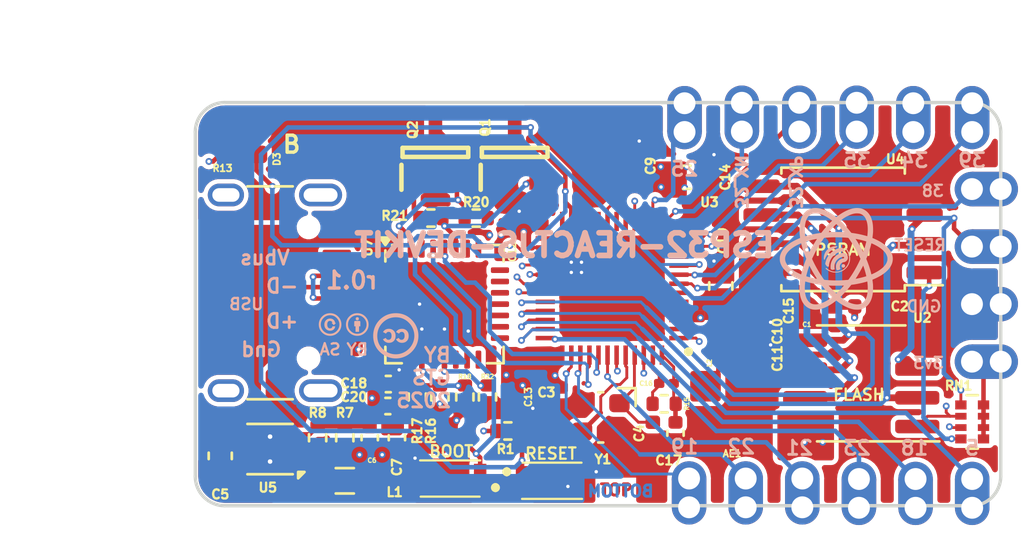
<source format=kicad_pcb>
(kicad_pcb (version 20240108) (generator "pcbnew") (generator_version "8.0")
  (title_block (title "Obsidian Boa") (date "2020-07-07") (rev "r0.1") (company "GsD") (comment 1 "Inspired by 1BitSquared iceBitsy design") (comment 3 "© 2020 Greg Davill <greg.davill@gmail.com>") (comment 4 "License: CC BY-SA 4.0"))
  (layers (0 "F.Cu" signal) (1 "In1.Cu" signal) (2 "In2.Cu" signal) (31 "B.Cu" signal) (34 "B.Paste" user) (35 "F.Paste" user) (36 "B.SilkS" user "B.Silkscreen") (37 "F.SilkS" user "F.Silkscreen") (38 "B.Mask" user) (39 "F.Mask" user) (44 "Edge.Cuts" user))
  (net 0 "")
  (net 1 "+3V3")
  (net 2 "GND")
  (net 3 "/USB_N")
  (net 4 "/USB_P")
  (net 5 "VBUS")
  (net 9 "/SPI_~{HLD}-IO3")
  (net 10 "/SPI_~{WP}-IO2")
  (net 11 "/RAM_~{CS}")
  (net 12 "/~{CRESET}")
  (net 13 "Net-(AE1-A)")
  (net 14 "/U0RXD")
  (net 15 "/U0TXD")
  (net 16 "/SPI_COPI-IO0")
  (net 17 "/SPI_CIPO-IO1")
  (net 20 "Net-(D3-A)")
  (net 23 "/GPIO11-~{LEDB}")
  (net 24 "/GPIO0-BOOT")
  (net 25 "/GPIO38")
  (net 26 "/GPIO35")
  (net 27 "/GPIO39")
  (net 28 "/SBU1")
  (net 29 "/SBU2")
  (net 30 "/GPIO34")
  (net 31 "Net-(U3-XTAL_N)")
  (net 32 "Net-(U3-XTAL_P)")
  (net 33 "Net-(U3-LNA_IN)")
  (net 34 "Net-(U3-CAP1)")
  (net 35 "Net-(U3-CAP2)")
  (net 36 "/RTS")
  (net 37 "Net-(Q1-B)")
  (net 38 "Net-(Q2-B)")
  (net 39 "/DTR")
  (net 40 "Net-(U7-VBUS)")
  (net 41 "Net-(U7-~{RST})")
  (net 42 "Net-(U7-~{SUSPEND})")
  (net 61 "Net-(U5-FB)")
  (net 62 "Net-(U5-SW)")
  (net 63 "/SPI_SCK")
  (net 64 "/SPI_~{CS}")
  (net 67 "/GPIO25")
  (net 68 "Net-(P16-Pin_1)")
  (net 69 "Net-(P17-Pin_1)")
  (net 70 "/GPIO21")
  (net 71 "/GPIO22")
  (net 72 "/GPIO19")
  (net 73 "/GPIO23")
  (net 74 "/GPIO18-DAC_2")
  (net 75 "/GPIO5")
  (footprint "CP2102:EVPBB2A9B000" (layer "F.Cu") (at 111.5 107.7 180)
    (property "Reference" "SW1" (hide yes))
    (property "Value" "TACT" (hide yes))
  )
  (footprint "pkl_pin_headers:Pin_Header_Straight_Round_1x01_Castellated" (layer "F.Cu") (at 134.29 100 90)
    (property "Reference" "P25" (hide yes))
    (property "Value" "GND" (hide yes))
  )
  (footprint "pkl_pin_headers:Pin_Header_Straight_Round_1x01_Castellated" (layer "F.Cu") (at 134.29 102.54 90)
    (property "Reference" "P28" (hide yes))
    (property "Value" "3V3" (hide yes))
  )
  (footprint "pkl_pin_headers:Pin_Header_Straight_Round_1x01_Castellated" (layer "F.Cu") (at 129.3 107.7215)
    (property "Reference" "P7" (hide yes))
    (property "Value" "7" (hide yes))
  )
  (footprint "pkl_pin_headers:Pin_Header_Straight_Round_1x01_Castellated" (layer "F.Cu") (at 129.2 92.38 180)
    (property "Reference" "P18" (hide yes))
    (property "Value" "18" (hide yes))
  )
  (footprint "pkl_pin_headers:Pin_Header_Straight_Round_1x01_Castellated" (layer "F.Cu") (at 124.13 92.38 180)
    (property "Reference" "P17" (hide yes))
    (property "Value" "17" (hide yes))
  )
  (footprint "pkl_pin_headers:Pin_Header_Straight_Round_1x01_Castellated" (layer "F.Cu") (at 121.6 92.4 180)
    (property "Reference" "P15" (hide yes))
    (property "Value" "15" (hide yes))
  )
  (footprint "pkl_pin_headers:Pin_Header_Straight_Round_1x01_Castellated" (layer "F.Cu") (at 126.8 107.7)
    (property "Reference" "P12" (hide yes))
    (property "Value" "12" (hide yes))
  )
  (footprint "pkl_pin_headers:Pin_Header_Straight_Round_1x01_Castellated" (layer "F.Cu") (at 134.3 92.4 180)
    (property "Reference" "P14" (hide yes))
    (property "Value" "14" (hide yes))
  )
  (footprint "pkl_pin_headers:Pin_Header_Straight_Round_1x01_Castellated" (layer "F.Cu") (at 131.7 92.4 180)
    (property "Reference" "P13" (hide yes))
    (property "Value" "13" (hide yes))
  )
  (footprint "pkl_pin_headers:Pin_Header_Straight_Round_1x01_Castellated" (layer "F.Cu") (at 134.3 107.7215)
    (property "Reference" "P9" (hide yes))
    (property "Value" "9" (hide yes))
  )
  (footprint "pkl_pin_headers:Pin_Header_Straight_Round_1x01_Castellated" (layer "F.Cu") (at 131.8 107.7215)
    (property "Reference" "P8" (hide yes))
    (property "Value" "8" (hide yes))
  )
  (footprint "obsidian-boa:LED_0603_1608Metric_Compact" (layer "F.Cu") (at 102.7 92.8 90)
    (property "Reference" "D3")
    (property "Value" "BLU" (hide yes))
  )
  (footprint "Capacitor_SMD:C_0402_1005Metric" (layer "F.Cu") (at 119.5 94 90)
    (property "Reference" "C9")
    (property "Value" "100n" (hide yes))
  )
  (footprint "pkl_pin_headers:Pin_Header_Straight_Round_1x01_Castellated" (layer "F.Cu") (at 134.29 97.46 90)
    (property "Reference" "P31" (hide yes))
    (property "Value" "CRESET" (hide yes))
  )
  (footprint "pkl_pin_headers:Pin_Header_Straight_Round_1x01_Castellated" (layer "F.Cu") (at 134.29 94.92 90)
    (property "Reference" "P30" (hide yes))
    (property "Value" "CDONE" (hide yes))
  )
  (footprint "pkl_pin_headers:Pin_Header_Straight_Round_1x01_Castellated" (layer "F.Cu") (at 124.3 107.7)
    (property "Reference" "P11" (hide yes))
    (property "Value" "11" (hide yes))
  )
  (footprint "pkl_pin_headers:Pin_Header_Straight_Round_1x01_Castellated" (layer "F.Cu") (at 121.8 107.7)
    (property "Reference" "P10" (hide yes))
    (property "Value" "10" (hide yes))
  )
  (footprint "pkl_pin_headers:Pin_Header_Straight_Round_1x01_Castellated" (layer "F.Cu") (at 126.67 92.38 180)
    (property "Reference" "P16" (hide yes))
    (property "Value" "16" (hide yes))
  )
  (footprint "pkl_connectors:USB_C_Receptacle_HRO_TYPE-C-31-M-12" (layer "F.Cu") (at 102.4 99.5 -90)
    (property "Reference" "J1" (hide yes))
    (property "Value" "USB_C" (hide yes))
  )
  (footprint "Capacitor_SMD:C_0603_1608Metric" (layer "F.Cu") (at 123.2 99.2 90)
    (property "Reference" "C19")
    (property "Value" "10u" (hide yes))
  )
  (footprint "Resistor_SMD:R_0402_1005Metric" (layer "F.Cu") (at 101.2 92.8 -90)
    (property "Reference" "R13")
    (property "Value" "2k2" (hide yes))
  )
  (footprint "Resistor_SMD:R_0402_1005Metric" (layer "F.Cu") (at 111.6 105.6 180)
    (property "Reference" "R10" (hide yes))
    (property "Value" "10k" (hide yes))
  )
  (footprint "Capacitor_SMD:C_0402_1005Metric" (layer "F.Cu") (at 113.8 96.2 90)
    (property "Reference" "C12")
    (property "Value" "100n" (hide yes))
  )
  (footprint "Package_DFN_QFN:QFN-28-1EP_5x5mm_P0.5mm_EP3.35x3.35mm" (layer "F.Cu") (at 111 100)
    (property "Reference" "U7")
    (property "Value" "CP2102N-Axx-xQFN28")
  )
  (footprint "Resistor_SMD:R_0402_1005Metric" (layer "F.Cu") (at 113.8 105.6 180)
    (property "Reference" "R1")
    (property "Value" "10k")
  )
  (footprint "Package_SON:WSON-6-1EP_2x2mm_P0.65mm_EP1x1.6mm_ThermalVias" (layer "F.Cu") (at 103.3 106.4 180)
    (property "Reference" "U5")
    (property "Value" "TPS62290")
  )
  (footprint "Capacitor_SMD:C_0402_1005Metric" (layer "F.Cu") (at 115.5 105.1 -90)
    (property "Reference" "C3")
    (property "Value" "18pF" (hide yes))
  )
  (footprint "Package_SO:SOIC-8_5.23x5.23mm_P1.27mm" (layer "F.Cu") (at 128.6 96.7 180)
    (property "Reference" "U4")
    (property "Value" "W25Q128JV" (hide yes))
  )
  (footprint "Resistor_SMD:R_0402_1005Metric" (layer "F.Cu") (at 110.8 104.1 -90)
    (property "Reference" "R16")
    (property "Value" "22.1K")
  )
  (footprint "Resistor_SMD:R_0402_1005Metric" (layer "F.Cu") (at 110.4 96.2)
    (property "Reference" "R21")
    (property "Value" "10K")
  )
  (footprint "Capacitor_SMD:C_0603_1608Metric" (layer "F.Cu") (at 121.7 94.4)
    (property "Reference" "C14")
    (property "Value" "10u" (hide yes))
  )
  (footprint "Resistor_SMD:R_Array_Convex_4x0402" (layer "F.Cu") (at 134.3 105.2)
    (property "Reference" "RN1")
    (property "Value" "10k")
  )
  (footprint "SS8050:SOT95P240X115-3N" (layer "F.Cu") (at 114.1 93.3 90)
    (property "Reference" "Q1")
    (property "Value" "SS8050-G" (hide yes))
  )
  (footprint "Inductor_SMD:L_0402_1005Metric" (layer "F.Cu") (at 123.1 101.7 -90)
    (property "Reference" "L2")
    (property "Value" "2.7nH" (hide yes))
  )
  (footprint "Capacitor_SMD:C_0402_1005Metric" (layer "F.Cu") (at 124.6 102.2)
    (property "Reference" "C11")
    (property "Value" "1pF" (hide yes))
  )
  (footprint "Capacitor_SMD:C_0402_1005Metric" (layer "F.Cu") (at 108.5 104.5)
    (property "Reference" "C20")
    (property "Value" "4.7uF")
  )
  (footprint "CP2102:EVPBB2A9B000" (layer "F.Cu") (at 115.5 107.8)
    (property "Reference" "SW2" (hide yes))
    (property "Value" "TACT" (hide yes))
  )
  (footprint "Capacitor_SMD:C_0402_1005Metric" (layer "F.Cu") (at 120.2 105.7 90)
    (property "Reference" "C4")
    (property "Value" "18pF" (hide yes))
  )
  (footprint "Resistor_SMD:R_0402_1005Metric" (layer "F.Cu") (at 105.4 105.9 -90)
    (property "Reference" "R8")
    (property "Value" "100k")
  )
  (footprint "Resistor_SMD:R_0402_1005Metric" (layer "F.Cu") (at 112.9 104.1 90)
    (property "Reference" "R22")
    (property "Value" "10K")
  )
  (footprint "Capacitor_SMD:C_0402_1005Metric" (layer "F.Cu") (at 129.6 100.1)
    (property "Reference" "C2")
    (property "Value" "2.2uF" (hide yes))
  )
  (footprint "Capacitor_SMD:C_0402_1005Metric" (layer "F.Cu") (at 127.6 100.1 180)
    (property "Reference" "C1")
    (property "Value" "2.2uF" (hide yes))
  )
  (footprint "Capacitor_SMD:C_0402_1005Metric" (layer "F.Cu") (at 124.6 101.2)
    (property "Reference" "C10")
    (property "Value" "1pF" (hide yes))
  )
  (footprint "Crystal:Crystal_SMD_Abracon_ABM10-4Pin_2.5x2.0mm" (layer "F.Cu") (at 117.9 105 -90)
    (property "Reference" "Y1")
    (property "Value" "40MHz" (hide yes))
  )
  (footprint "Capacitor_SMD:C_0402_1005Metric" (layer "F.Cu") (at 108.52 103.53)
    (property "Reference" "C18")
    (property "Value" "0.1uF")
  )
  (footprint "Capacitor_SMD:C_0402_1005Metric" (layer "F.Cu") (at 125 100.2)
    (property "Reference" "C15")
    (property "Value" "100n" (hide yes))
  )
  (footprint "Resistor_SMD:R_0402_1005Metric" (layer "F.Cu") (at 109.8 104.1 90)
    (property "Reference" "R17")
    (property "Value" "47.5K")
  )
  (footprint "Capacitor_SMD:C_0402_1005Metric" (layer "F.Cu") (at 121.2 105.7 90)
    (property "Reference" "C17")
    (property "Value" "10nF")
  )
  (footprint "SS8050:SOT95P240X115-3N" (layer "F.Cu") (at 110.6 93.3 90)
    (property "Reference" "Q2")
    (property "Value" "SS8050-G" (hide yes))
  )
  (footprint "obsidian-boa:0479480001" (layer "F.Cu") (at 123.6 104.7 180)
    (property "Reference" "AE1")
    (property "Value" "Antenna" (hide yes))
  )
  (footprint "Capacitor_SMD:C_0402_1005Metric" (layer "F.Cu") (at 107.7 105.9 90)
    (property "Reference" "C6")
    (property "Value" "22pF")
  )
  (footprint "Inductor_SMD:L_0805_2012Metric" (layer "F.Cu") (at 106.6 107.8)
    (property "Reference" "L1")
    (property "Value" "2.2uH")
  )
  (footprint "Resistor_SMD:R_0402_1005Metric" (layer "F.Cu") (at 111.9 104.1 -90)
    (property "Reference" "R18")
    (property "Value" "2K")
  )
  (footprint "ESP32DOWDQ6:ESP32D0WDQ6" (layer "F.Cu") (at 118.4 99.3 180)
    (property "Reference" "U3")
    (property "Value" "ESP32-D0WDQ6" (hide yes))
  )
  (footprint "Package_SO:SOIC-8_3.9x4.9mm_P1.27mm" (layer "F.Cu") (at 129.4 103.5 180)
    (property "Reference" "U2")
    (property "Value" "LY68L6400SLIT" (hide yes))
  )
  (footprint "Capacitor_SMD:C_0402_1005Metric" (layer "F.Cu") (at 114 104 -90)
    (property "Reference" "C13")
    (property "Value" "100n" (hide yes))
  )
  (footprint "Capacitor_SMD:C_0603_1608Metric" (layer "F.Cu") (at 101.1 106.7 -90)
    (property "Reference" "C5")
    (property "Value" "10u")
  )
  (footprint "Resistor_SMD:R_0402_1005Metric" (layer "F.Cu") (at 106.6 105.9 90)
    (property "Reference" "R7")
    (property "Value" "453k")
  )
  (footprint "Resistor_SMD:R_0402_1005Metric" (layer "F.Cu") (at 120.7 104.4 180)
    (property "Reference" "R15")
    (property "Value" "20K")
  )
  (footprint "Capacitor_SMD:C_0201_0603Metric" (layer "F.Cu") (at 120.8 103.5)
    (property "Reference" "C16")
    (property "Value" "3.3nF")
  )
  (footprint "Resistor_SMD:R_0402_1005Metric" (layer "F.Cu") (at 112.4 96.2 180)
    (property "Reference" "R20")
    (property "Value" "10K")
  )
  (footprint "Capacitor_SMD:C_0402_1005Metric" (layer "F.Cu") (at 108.9 105.9 90)
    (property "Reference" "C7")
    (property "Value" "2.2uF")
  )
  (footprint "pkl_logos:Symbol_CC_SilkScreen_2mm" (layer "B.Cu") (at 108.85 101.4 180)
    (property "Reference" "REF**" (hide yes))
    (property "Value" "Symbol_CC_SilkScreen_2mm" (hide yes))
  )
  (footprint "pkl_logos:Symbol_CC-SA_SilkScreen_1mm" (layer "B.Cu") (at 105.95 100.9 180)
    (property "Reference" "REF**" (hide yes))
    (property "Value" "Symbol_CC-SA_SilkScreen_1mm" (hide yes))
  )
  (footprint "pkl_logos:Symbol_CC-BY_SilkScreen_1mm" (layer "B.Cu") (at 107.15 100.9 180)
    (property "Reference" "REF**" (hide yes))
    (property "Value" "Symbol_CC-BY_SilkScreen_1mm" (hide yes))
  )
  (footprint "ESP32-D0WD:Logo" (layer "B.Cu") (at 128.3 98 180)
    (property "Reference" "G***" (hide yes))
    (property "Value" "LOGO" (hide yes))
  )
  (gr_line (start 101.3 91.1) (end 134.26 91.1) (stroke (width 0.15)) (layer "Edge.Cuts"))
  (gr_line (start 135.56 92.4) (end 135.56 107.6) (stroke (width 0.15)) (layer "Edge.Cuts"))
  (gr_line (start 100 107.6) (end 100 92.4) (stroke (width 0.15)) (layer "Edge.Cuts"))
  (gr_line (start 134.26 108.9) (end 101.3 108.9) (stroke (width 0.15)) (layer "Edge.Cuts"))
  (gr_arc (start 135.56 107.6) (mid 135.179239 108.519239) (end 134.26 108.9) (stroke (width 0.15)) (layer "Edge.Cuts"))
  (gr_arc (start 100 92.4) (mid 100.380761 91.480761) (end 101.3 91.1) (stroke (width 0.15)) (layer "Edge.Cuts"))
  (gr_arc (start 101.3 108.9) (mid 100.380761 108.519239) (end 100 107.6) (stroke (width 0.15)) (layer "Edge.Cuts"))
  (gr_arc (start 134.26 91.1) (mid 135.179239 91.480761) (end 135.56 92.4) (stroke (width 0.15)) (layer "Edge.Cuts"))
  (gr_text "TOP" (at 117.8 108.5 0) (layer "F.Cu") (effects (font (size 0.5 0.5) (thickness 0.125) (bold yes)) (justify left bottom)))
  (gr_text "BOTTOM" (at 120.3 108.55 0) (layer "B.Cu") (effects (font (size 0.5 0.5) (thickness 0.125) (bold yes)) (justify left bottom mirror)))
  (gr_text "SA" (at 105.95 102 0) (layer "B.SilkS") (effects (font (size 0.5 0.5) (thickness 0.1)) (justify mirror)))
  (gr_text "3v3" (at 133.1 102.6 0) (layer "B.SilkS") (effects (font (size 0.5 0.5) (thickness 0.1)) (justify left mirror)))
  (gr_text "RESET" (at 133.2 97.4 0) (layer "B.SilkS") (effects (font (size 0.5 0.5) (thickness 0.1)) (justify left mirror)))
  (gr_text "GND" (at 133 100.1 0) (layer "B.SilkS") (effects (font (size 0.5 0.5) (thickness 0.1)) (justify left mirror)))
  (gr_text "USB" (at 102.25 100 0) (layer "B.SilkS") (effects (font (size 0.5 0.5) (thickness 0.1)) (justify mirror)))
  (gr_text "BY\nGTS\n2025" (at 111.35 103.25 0) (layer "B.SilkS") (effects (font (size 0.625 0.625) (thickness 0.125)) (justify left mirror)))
  (gr_text "Vbus" (at 101.9 97.95 0) (layer "B.SilkS") (effects (font (size 0.625 0.625) (thickness 0.125)) (justify right mirror)))
  (gr_text "39" (at 134.29 93.65 0) (layer "B.SilkS") (effects (font (size 0.625 0.625) (thickness 0.125)) (justify mirror)))
  (gr_text "34" (at 131.75 93.65 0) (layer "B.SilkS") (effects (font (size 0.625 0.625) (thickness 0.125)) (justify mirror)))
  (gr_text "Gnd" (at 101.95 102 0) (layer "B.SilkS") (effects (font (size 0.625 0.625) (thickness 0.125)) (justify right mirror)))
  (gr_text "35" (at 129.21 93.65 0) (layer "B.SilkS") (effects (font (size 0.625 0.625) (thickness 0.125)) (justify mirror)))
  (gr_text "38" (at 133.1 95 0) (layer "B.SilkS") (effects (font (size 0.5 0.5) (thickness 0.1)) (justify left mirror)))
  (gr_text "-D" (at 103.05 99.2 0) (layer "B.SilkS") (effects (font (size 0.625 0.625) (thickness 0.125)) (justify right mirror)))
  (gr_text "32_XP" (at 126.5 94.6 270) (layer "B.SilkS") (effects (font (size 0.5 0.5) (thickness 0.125)) (justify mirror)))
  (gr_text "18" (at 131.75 106.35 0) (layer "B.SilkS") (effects (font (size 0.625 0.625) (thickness 0.125)) (justify mirror)))
  (gr_text "21" (at 126.67 106.35 0) (layer "B.SilkS") (effects (font (size 0.625 0.625) (thickness 0.125)) (justify mirror)))
  (gr_text "+D" (at 103.05 100.75 0) (layer "B.SilkS") (effects (font (size 0.625 0.625) (thickness 0.125)) (justify right mirror)))
  (gr_text "5" (at 134.29 106.35 0) (layer "B.SilkS") (effects (font (size 0.625 0.625) (thickness 0.125)) (justify mirror)))
  (gr_text "25" (at 121.59 94.031 0) (layer "B.SilkS") (effects (font (size 0.625 0.625) (thickness 0.125)) (justify mirror)))
  (gr_text "23" (at 129.21 106.35 0) (layer "B.SilkS") (effects (font (size 0.625 0.625) (thickness 0.125)) (justify mirror)))
  (gr_text "32_XN" (at 124.1 94.6 270) (layer "B.SilkS") (effects (font (size 0.5 0.5) (thickness 0.125)) (justify mirror)))
  (gr_text "ESP32-REACTJS-DEVKIT" (at 116.3 97.4 0) (layer "B.SilkS") (effects (font (size 1 1) (thickness 0.25)) (justify mirror)))
  (gr_text "r0.1" (at 106.9 98.95 0) (layer "B.SilkS") (effects (font (size 0.75 0.75)) (justify mirror)))
  (gr_text "BY" (at 107.15 102 0) (layer "B.SilkS") (effects (font (size 0.5 0.5) (thickness 0.1)) (justify mirror)))
  (gr_text "19" (at 121.6 106.3 0) (layer "B.SilkS") (effects (font (size 0.625 0.625) (thickness 0.125)) (justify mirror)))
  (gr_text "22" (at 124.1 106.3 0) (layer "B.SilkS") (effects (font (size 0.625 0.625) (thickness 0.125)) (justify mirror)))
  (gr_text "PSRAM" (at 128.6 97.6 0) (layer "F.SilkS") (effects (font (size 0.5 0.5) (thickness 0.1))))
  (gr_text "FLASH" (at 129.3 104 0) (layer "F.SilkS") (effects (font (size 0.5 0.5) (thickness 0.1))))
  (gr_text "BOOT" (at 111.3 106.5 0) (layer "F.SilkS") (effects (font (size 0.5 0.5) (thickness 0.1))))
  (gr_text "RESET" (at 115.7 106.6 0) (layer "F.SilkS") (effects (font (size 0.5 0.5) (thickness 0.1))))
  (gr_text "B" (at 104.25 92.95 0) (layer "F.SilkS") (effects (font (size 0.75 0.75))))
  (segment (start 134.8 102.665) (end 134.8 105.85) (width 0.2) (layer "F.Cu") (net 1))
  (segment (start 127.43 99.43) (end 126.605 98.605) (width 0.3) (layer "F.Cu") (net 1))
  (segment (start 118.9675 95.0175) (end 119.5 94.485) (width 0.2) (layer "F.Cu") (net 1))
  (segment (start 134.8 105.85) (end 134.7 105.95) (width 0.2) (layer "F.Cu") (net 1))
  (segment (start 115.45 97.5) (end 114.92227 97.5) (width 0.127) (layer "F.Cu") (net 1))
  (segment (start 114.92227 97.5) (end 114.5 97.07773) (width 0.127) (layer "F.Cu") (net 1))
  (segment (start 126.3 98.6) (end 126.295 98.605) (width 0.3) (layer "F.Cu") (net 1))
  (segment (start 118.2 96.35) (end 118.2 95.785) (width 0.127) (layer "F.Cu") (net 1))
  (segment (start 129.115 100.1) (end 129.115 100.585) (width 0.3) (layer "F.Cu") (net 1))
  (segment (start 118.2 95.785) (end 118.9675 95.0175) (width 0.127) (layer "F.Cu") (net 1))
  (segment (start 134.925 102.54) (end 134.8 102.665) (width 0.2) (layer "F.Cu") (net 1))
  (segment (start 118.905 95.08) (end 118.9675 95.0175) (width 0.2) (layer "F.Cu") (net 1))
  (segment (start 128.085 100.1) (end 128.085 100.04234) (width 0.3) (layer "F.Cu") (net 1))
  (segment (start 122.2 100.7) (end 122.3 100.6) (width 0.127) (layer "F.Cu") (net 1))
  (segment (start 129.115 100.585) (end 129.1 100.6) (width 0.3) (layer "F.Cu") (net 1))
  (segment (start 113.29 105.6) (end 112.73 105.6) (width 0.2) (layer "F.Cu") (net 1))
  (segment (start 127.47266 99.43) (end 127.43 99.43) (width 0.3) (layer "F.Cu") (net 1))
  (segment (start 126.295 98.605) (end 125 98.605) (width 0.3) (layer "F.Cu") (net 1))
  (segment (start 119.8 102.25) (end 119.8 103.05) (width 0.127) (layer "F.Cu") (net 1))
  (segment (start 126.305 98.605) (end 126.3 98.6) (width 0.3) (layer "F.Cu") (net 1))
  (segment (start 126.605 98.605) (end 126.305 98.605) (width 0.3) (layer "F.Cu") (net 1))
  (segment (start 121.35 101.5) (end 122.1 101.5) (width 0.127) (layer "F.Cu") (net 1))
  (segment (start 121.35 100.7) (end 122.2 100.7) (width 0.127) (layer "F.Cu") (net 1))
  (segment (start 118.6 102.25) (end 118.6 102.919376) (width 0.127) (layer "F.Cu") (net 1))
  (segment (start 118.6 102.919376) (end 118.63617 102.955546) (width 0.127) (layer "F.Cu") (net 1))
  (segment (start 122.1 101.5) (end 122.25 101.65) (width 0.127) (layer "F.Cu") (net 1))
  (segment (start 100.785 93.7) (end 101.2 93.285) (width 0.2) (layer "F.Cu") (net 1))
  (segment (start 114.5 97.07773) (end 114.5 96.800004) (width 0.127) (layer "F.Cu") (net 1))
  (segment (start 128.085 100.04234) (end 127.47266 99.43) (width 0.3) (layer "F.Cu") (net 1))
  (segment (start 100.6 93.7) (end 100.785 93.7) (width 0.2) (layer "F.Cu") (net 1))
  (segment (start 128.085 100.1) (end 129.115 100.1) (width 0.3) (layer "F.Cu") (net 1))
  (via (at 107.25 106.65) (size 0.3) (drill 0.15) (layers "F.Cu" "B.Cu") (net 1))
  (via (at 114.453524 103.589921) (size 0.3) (drill 0.15) (layers "F.Cu" "B.Cu") (net 1))
  (via (at 126.3 98.6) (size 0.3) (drill 0.15) (layers "F.Cu" "B.Cu") (net 1))
  (via (at 100.6 93.7) (size 0.3) (drill 0.15) (layers "F.Cu" "B.Cu") (net 1))
  (via (at 108.25 106.65) (size 0.3) (drill 0.15) (layers "F.Cu" "B.Cu") (net 1))
  (via (at 115.880662 103.153258) (size 0.3) (drill 0.15) (layers "F.Cu" "B.Cu") (net 1))
  (via (at 118.63617 102.955546) (size 0.3) (drill 0.15) (layers "F.Cu" "B.Cu") (net 1))
  (via (at 107.8 104.15) (size 0.3) (drill 0.15) (layers "F.Cu" "B.Cu") (net 1))
  (via (at 122.3 100.6) (size 0.3) (drill 0.15) (layers "F.Cu" "B.Cu") (net 1))
  (via (at 121.694001 93.9365) (size 0.3) (drill 0.15) (layers "F.Cu" "B.Cu") (net 1))
  (via (at 113.729109 103.131192) (size 0.3) (drill 0.15) (layers "F.Cu" "B.Cu") (net 1))
  (via (at 114.5 96.800004) (size 0.3) (drill 0.15) (layers "F.Cu" "B.Cu") (net 1))
  (via (at 112.73 105.6) (size 0.3) (drill 0.15) (layers "F.Cu" "B.Cu") (net 1))
  (via (at 119.8 103.05) (size 0.3) (drill 0.15) (layers "F.Cu" "B.Cu") (net 1))
  (via (at 127.7 106.1) (size 0.3) (drill 0.15) (layers "F.Cu" "B.Cu") (net 1))
  (via (at 111.535729 105.133314) (size 0.3) (drill 0.15) (layers "F.Cu" "B.Cu") (net 1))
  (via (at 126.9 106.1) (size 0.3) (drill 0.15) (layers "F.Cu" "B.Cu") (net 1))
  (via (at 113.5 96.95) (size 0.3) (drill 0.15) (layers "F.Cu" "B.Cu") (net 1))
  (via (at 129.1 100.6) (size 0.3) (drill 0.15) (layers "F.Cu" "B.Cu") (net 1))
  (via (at 120.562886 94.830067) (size 0.3) (drill 0.15) (layers "F.Cu" "B.Cu") (net 1))
  (via (at 120.551288 93.9365) (size 0.3) (drill 0.15) (layers "F.Cu" "B.Cu") (net 1))
  (via (at 121.604211 94.859392) (size 0.3) (drill 0.15) (layers "F.Cu" "B.Cu") (net 1))
  (via (at 122.25 101.65) (size 0.3) (drill 0.15) (layers "F.Cu" "B.Cu") (net 1))
  (via (at 113 96.95) (size 0.3) (drill 0.15) (layers "F.Cu" "B.Cu") (net 2))
  (via (at 117.7 107.4) (size 0.3) (drill 0.15) (layers "F.Cu" "B.Cu") (net 2))
  (via (at 110 101.1) (size 0.3) (drill 0.15) (layers "F.Cu" "B.Cu") (net 2))
  (via (at 116.6 98.6) (size 0.3) (drill 0.15) (layers "F.Cu" "B.Cu") (net 2))
  (via (at 116.45 108.05) (size 0.3) (drill 0.15) (layers "F.Cu" "B.Cu") (net 2))
  (via (at 112.05 101.190223) (size 0.3) (drill 0.15) (layers "F.Cu" "B.Cu") (net 2))
  (via (at 111 101.1) (size 0.3) (drill 0.15) (layers "F.Cu" "B.Cu") (net 2))
  (via (at 114.9 104.6) (size 0.3) (drill 0.15) (layers "F.Cu" "B.Cu") (net 2))
  (via (at 109.9 100) (size 0.3) (drill 0.15) (layers "F.Cu" "B.Cu") (net 2))
  (via (at 119.6 92.8) (size 0.3) (drill 0.15) (layers "F.Cu" "B.Cu") (net 2))
  (via (at 117.05 98.15) (size 0.3) (drill 0.15) (layers "F.Cu" "B.Cu") (net 2))
  (via (at 117.05 98.6) (size 0.3) (drill 0.15) (layers "F.Cu" "B.Cu") (net 2))
  (via (at 109 102.9) (size 0.3) (drill 0.15) (layers "F.Cu" "B.Cu") (net 2))
  (via (at 116.6 98.15) (size 0.3) (drill 0.15) (layers "F.Cu" "B.Cu") (net 2))
  (via (at 125.4 101.8) (size 0.3) (drill 0.15) (layers "F.Cu" "B.Cu") (net 2))
  (via (at 109.7 106.8) (size 0.3) (drill 0.15) (layers "F.Cu" "B.Cu") (net 2))
  (via (at 125.4 100.8) (size 0.3) (drill 0.15) (layers "F.Cu" "B.Cu") (net 2))
  (via (at 122.9 98.1) (size 0.3) (drill 0.15) (layers "F.Cu" "B.Cu") (net 2))
  (via (at 122.9 93.4) (size 0.3) (drill 0.15) (layers "F.Cu" "B.Cu") (net 2))
  (via (at 114.3 95.9) (size 0.3) (drill 0.15) (layers "F.Cu" "B.Cu") (net 2))
  (segment (start 106.245 99.75) (end 105.25 99.75) (width 0.2) (layer "F.Cu") (net 3))
  (segment (start 105.249986 98.75) (end 105.2 98.799986) (width 0.2) (layer "F.Cu") (net 3))
  (segment (start 107.65241 100.5) (end 108.55 100.5) (width 0.2) (layer "F.Cu") (net 3))
  (segment (start 106.90241 99.75) (end 107.65241 100.5) (width 0.2) (layer "F.Cu") (net 3))
  (segment (start 105.25 99.75) (end 105.2 99.7) (width 0.2) (layer "F.Cu") (net 3))
  (segment (start 106.245 99.75) (end 106.90241 99.75) (width 0.2) (layer "F.Cu") (net 3))
  (segment (start 106.245 98.75) (end 105.249986 98.75) (width 0.2) (layer "F.Cu") (net 3))
  (via (at 105.2 99.7) (size 0.3) (drill 0.15) (layers "F.Cu" "B.Cu") (net 3))
  (via (at 105.2 98.799986) (size 0.3) (drill 0.15) (layers "F.Cu" "B.Cu") (net 3))
  (segment (start 105.2 99.7) (end 105.2 98.799986) (width 0.2) (layer "B.Cu") (net 3))
  (segment (start 107.718096 100) (end 108.55 100) (width 0.2) (layer "F.Cu") (net 4))
  (segment (start 106.245 99.25) (end 106.968096 99.25) (width 0.2) (layer "F.Cu") (net 4))
  (segment (start 106.245 100.25) (end 104.85 100.25) (width 0.2) (layer "F.Cu") (net 4))
  (segment (start 104.85 100.25) (end 104.6 100) (width 0.2) (layer "F.Cu") (net 4))
  (segment (start 106.968096 99.25) (end 107.718096 100) (width 0.2) (layer "F.Cu") (net 4))
  (segment (start 104.6 100) (end 104.6 99.45) (width 0.2) (layer "F.Cu") (net 4))
  (segment (start 104.6 99.45) (end 104.8 99.25) (width 0.2) (layer "F.Cu") (net 4))
  (segment (start 104.8 99.25) (end 106.245 99.25) (width 0.2) (layer "F.Cu") (net 4))
  (segment (start 110.8 104.61) (end 110.8 104.4) (width 0.2) (layer "F.Cu") (net 5))
  (segment (start 106.295 102) (end 106.245 101.95) (width 0.2) (layer "F.Cu") (net 5))
  (segment (start 107.2 102) (end 106.295 102) (width 0.2) (layer "F.Cu") (net 5))
  (via (at 110.8 104.4) (size 0.3) (drill 0.15) (layers "F.Cu" "B.Cu") (net 5))
  (via (at 107.2 102) (size 0.3) (drill 0.15) (layers "F.Cu" "B.Cu") (net 5))
  (segment (start 115.45 98.7) (end 114.786105 98.7) (width 0.127) (layer "F.Cu") (net 9))
  (segment (start 114.786105 98.7) (end 114.771837 98.685732) (width 0.127) (layer "F.Cu") (net 9))
  (segment (start 128.224777 104.135) (end 129.109777 103.25) (width 0.3) (layer "F.Cu") (net 9))
  (segment (start 125 97.335) (end 126.735 97.335) (width 0.3) (layer "F.Cu") (net 9))
  (segment (start 126.735 97.335) (end 127 97.6) (width 0.3) (layer "F.Cu") (net 9))
  (segment (start 126.925 104.135) (end 128.224777 104.135) (width 0.3) (layer "F.Cu") (net 9))
  (via (at 129.109777 103.25) (size 0.3) (drill 0.15) (layers "F.Cu" "B.Cu") (net 9))
  (via (at 127 97.6) (size 0.3) (drill 0.15) (layers "F.Cu" "B.Cu") (net 9))
  (via (at 114.771837 98.685732) (size 0.3) (drill 0.15) (layers "F.Cu" "B.Cu") (net 9))
  (segment (start 128.886396 103.25) (end 129.109777 103.25) (width 0.3) (layer "B.Cu") (net 9))
  (segment (start 127 97.6) (end 127 101.363604) (width 0.3) (layer "B.Cu") (net 9))
  (segment (start 127 101.363604) (end 128.886396 103.25) (width 0.3) (layer "B.Cu") (net 9))
  (segment (start 115.422232 98.272232) (end 114.475358 98.272232) (width 0.127) (layer "F.Cu") (net 10))
  (segment (start 115.45 98.3) (end 115.422232 98.272232) (width 0.127) (layer "F.Cu") (net 10))
  (segment (start 114.475358 98.272232) (end 114.431026 98.316564) (width 0.127) (layer "F.Cu") (net 10))
  (segment (start 131.644735 96.620265) (end 132.2 96.065) (width 0.3) (layer "F.Cu") (net 10))
  (segment (start 131.875 102.865) (end 131.454699 102.444699) (width 0.3) (layer "F.Cu") (net 10))
  (segment (start 131.644735 96.685001) (end 131.644735 96.620265) (width 0.3) (layer "F.Cu") (net 10))
  (segment (start 131.454699 102.444699) (end 131.034998 102.444699) (width 0.3) (layer "F.Cu") (net 10))
  (via (at 131.644735 96.685001) (size 0.3) (drill 0.15) (layers "F.Cu" "B.Cu") (net 10))
  (via (at 114.431026 98.316564) (size 0.3) (drill 0.15) (layers "F.Cu" "B.Cu") (net 10))
  (via (at 131.034998 102.444699) (size 0.3) (drill 0.15) (layers "F.Cu" "B.Cu") (net 10))
  (segment (start 131.644735 96.685001) (end 131.6 96.729736) (width 0.3) (layer "B.Cu") (net 10))
  (segment (start 131.6 96.729736) (end 131.6 101.879697) (width 0.3) (layer "B.Cu") (net 10))
  (segment (start 131.6 101.879697) (end 131.034998 102.444699) (width 0.3) (layer "B.Cu") (net 10))
  (segment (start 132.33 104.95) (end 131.875 105.405) (width 0.127) (layer "F.Cu") (net 11))
  (segment (start 133.153484 104.501766) (end 133.153484 104.780484) (width 0.127) (layer "F.Cu") (net 11))
  (segment (start 133.323 104.95) (end 133.8 104.95) (width 0.127) (layer "F.Cu") (net 11))
  (segment (start 133.323 104.95) (end 132.33 104.95) (width 0.127) (layer "F.Cu") (net 11))
  (segment (start 119.4 96.35) (end 119.4 95.45) (width 0.127) (layer "F.Cu") (net 11))
  (segment (start 133.153484 104.780484) (end 133.323 104.95) (width 0.127) (layer "F.Cu") (net 11))
  (via (at 133.153484 104.501766) (size 0.3) (drill 0.15) (layers "F.Cu" "B.Cu") (net 11))
  (via (at 119.4 95.45) (size 0.3) (drill 0.15) (layers "F.Cu" "B.Cu") (net 11))
  (segment (start 133.8 104.45) (end 133.8 103.800004) (width 0.127) (layer "F.Cu") (net 12))
  (segment (start 114.425 106.9) (end 114.425 105.715) (width 0.2) (layer "F.Cu") (net 12))
  (segment (start 114.8 92.2) (end 114.1 92.2) (width 0.2) (layer "F.Cu") (net 12))
  (segment (start 121.35 98.3) (end 122.2 98.3) (width 0.127) (layer "F.Cu") (net 12))
  (segment (start 133.500004 96.670004) (end 133.500004 96.200004) (width 0.2) (layer "F.Cu") (net 12))
  (segment (start 122.2 98.3) (end 122.25 98.25) (width 0.127) (layer "F.Cu") (net 12))
  (segment (start 134.29 97.46) (end 133.500004 96.670004) (width 0.2) (layer "F.Cu") (net 12))
  (segment (start 114.425 105.715) (end 114.31 105.6) (width 0.2) (layer "F.Cu") (net 12))
  (segment (start 114.425 108.175) (end 114.425 107.425) (width 0.2) (layer "F.Cu") (net 12))
  (segment (start 133.8 103.800004) (end 133.799996 103.8) (width 0.127) (layer "F.Cu") (net 12))
  (segment (start 114.425 107.425) (end 114.425 106.9) (width 0.2) (layer "F.Cu") (net 12))
  (via (at 114.8 92.2) (size 0.3) (drill 0.15) (layers "F.Cu" "B.Cu") (net 12))
  (via (at 122.25 98.25) (size 0.3) (drill 0.15) (layers "F.Cu" "B.Cu") (net 12))
  (via (at 133.799996 103.8) (size 0.3) (drill 0.15) (layers "F.Cu" "B.Cu") (net 12))
  (via (at 133.500004 96.200004) (size 0.3) (drill 0.15) (layers "F.Cu" "B.Cu") (net 12))
  (via (at 114.425 106.9) (size 0.3) (drill 0.15) (layers "F.Cu" "B.Cu") (net 12))
  (segment (start 122.25 98.25) (end 120.490756 98.25) (width 0.127) (layer "B.Cu") (net 12))
  (segment (start 126.799996 96.200004) (end 123.256302 99.743698) (width 0.2) (layer "B.Cu") (net 12))
  (segment (start 111.3 107.2) (end 114.125 107.2) (width 0.2) (layer "B.Cu") (net 12))
  (segment (start 102.9 103.4) (end 105.1 105.6) (width 0.2) (layer "B.Cu") (net 12))
  (segment (start 114.8 92.2) (end 104.1 92.2) (width 0.2) (layer "B.Cu") (net 12))
  (segment (start 102.9 93.4) (end 102.9 103.4) (width 0.2) (layer "B.Cu") (net 12))
  (segment (start 104.1 92.2) (end 102.9 93.4) (width 0.2) (layer "B.Cu") (net 12))
  (segment (start 121.984455 99.743698) (end 120.245378 98.004622) (width 0.2) (layer "B.Cu") (net 12))
  (segment (start 133.500004 96.200004) (end 126.799996 96.200004) (width 0.2) (layer "B.Cu") (net 12))
  (segment (start 133.500004 96.200004) (end 133.05 96.650008) (width 0.2) (layer "B.Cu") (net 12))
  (segment (start 114.125 107.2) (end 114.425 106.9) (width 0.2) (layer "B.Cu") (net 12))
  (segment (start 133.05 103.050004) (end 133.799996 103.8) (width 0.2) (layer "B.Cu") (net 12))
  (segment (start 109.7 105.6) (end 111.3 107.2) (width 0.2) (layer "B.Cu") (net 12))
  (segment (start 133.05 96.650008) (end 133.05 103.050004) (width 0.2) (layer "B.Cu") (net 12))
  (segment (start 120.490756 98.25) (end 120.245378 98.004622) (width 0.127) (layer "B.Cu") (net 12))
  (segment (start 120.245378 98.004622) (end 114.8 92.559243) (width 0.2) (layer "B.Cu") (net 12))
  (segment (start 114.8 92.559243) (end 114.8 92.2) (width 0.2) (layer "B.Cu") (net 12))
  (segment (start 123.256302 99.743698) (end 121.984455 99.743698) (width 0.2) (layer "B.Cu") (net 12))
  (segment (start 105.1 105.6) (end 109.7 105.6) (width 0.2) (layer "B.Cu") (net 12))
  (segment (start 123.1 102.185) (end 124.1 102.185) (width 0.2) (layer "F.Cu") (net 13))
  (segment (start 122.953553 103.196447) (end 122.525 103.625) (width 0.2) (layer "F.Cu") (net 13))
  (segment (start 123.1 102.185) (end 123.1 102.842893) (width 0.2) (layer "F.Cu") (net 13))
  (segment (start 124.1 102.185) (end 124.115 102.2) (width 0.2) (layer "F.Cu") (net 13))
  (arc (start 123.1 102.842893) (mid 123.06194 103.034235) (end 122.953553 103.196447) (width 0.2) (layer "F.Cu") (net 13))
  (segment (start 117.35 103.55) (end 117.306433 103.506433) (width 0.127) (layer "F.Cu") (net 14))
  (segment (start 117.306433 103.506433) (end 117.306433 102.841608) (width 0.127) (layer "F.Cu") (net 14))
  (segment (start 110.5 97.55) (end 110.5 97.85) (width 0.2) (layer "F.Cu") (net 14))
  (segment (start 117.4 102.748041) (end 117.4 102.25) (width 0.127) (layer "F.Cu") (net 14))
  (segment (start 117.306433 102.841608) (end 117.4 102.748041) (width 0.127) (layer "F.Cu") (net 14))
  (segment (start 117.15 103.496895) (end 117.149996 103.496899) (width 0.2) (layer "F.Cu") (net 14))
  (via (at 117.35 103.55) (size 0.3) (drill 0.15) (layers "F.Cu" "B.Cu") (net 14))
  (via (at 110.5 97.85) (size 0.3) (drill 0.15) (layers "F.Cu" "B.Cu") (net 14))
  (segment (start 113.7 102.6) (end 112.5 101.4) (width 0.2) (layer "B.Cu") (net 14))
  (segment (start 116.6 102.6) (end 116.35 102.6) (width 0.2) (layer "B.Cu") (net 14))
  (segment (start 112.5 100.165686) (end 110.5 98.165686) (width 0.2) (layer "B.Cu") (net 14))
  (segment (start 110.5 98.165686) (end 110.5 97.85) (width 0.2) (layer "B.Cu") (net 14))
  (segment (start 117.35 103.55) (end 117.306433 103.506433) (width 0.127) (layer "B.Cu") (net 14))
  (segment (start 117.306433 102.706433) (end 117.2 102.6) (width 0.127) (layer "B.Cu") (net 14))
  (segment (start 117.306433 103.506433) (end 117.306433 102.706433) (width 0.127) (layer "B.Cu") (net 14))
  (segment (start 112.5 101.4) (end 112.5 100.165686) (width 0.2) (layer "B.Cu") (net 14))
  (segment (start 117.2 102.6) (end 116.35 102.6) (width 0.127) (layer "B.Cu") (net 14))
  (segment (start 116.35 102.6) (end 113.7 102.6) (width 0.2) (layer "B.Cu") (net 14))
  (segment (start 111 97.55) (end 111 97.866573) (width 0.2) (layer "F.Cu") (net 15))
  (segment (start 111 97.866573) (end 111.025001 97.891574) (width 0.2) (layer "F.Cu") (net 15))
  (segment (start 117.8 102.25) (end 117.7635 102.2865) (width 0.127) (layer "F.Cu") (net 15))
  (segment (start 117.7635 102.2865) (end 117.7635 102.969319) (width 0.127) (layer "F.Cu") (net 15))
  (segment (start 117.7635 102.969319) (end 117.719933 103.012886) (width 0.127) (layer "F.Cu") (net 15))
  (via (at 117.719933 103.012886) (size 0.3) (drill 0.15) (layers "F.Cu" "B.Cu") (net 15))
  (via (at 111.025001 97.891574) (size 0.3) (drill 0.15) (layers "F.Cu" "B.Cu") (net 15))
  (segment (start 111.025001 98.125001) (end 111.95 99.05) (width 0.2) (layer "B.Cu") (net 15))
  (segment (start 116.85 102.2) (end 116.992324 102.2) (width 0.2) (layer "B.Cu") (net 15))
  (segment (start 117.719933 102.469933) (end 117.719933 103.012886) (width 0.127) (layer "B.Cu") (net 15))
  (segment (start 114 102.2) (end 116.85 102.2) (width 0.2) (layer "B.Cu") (net 15))
  (segment (start 111.95 99.05) (end 112.35 99.05) (width 0.2) (layer "B.Cu") (net 15))
  (segment (start 113 99.7) (end 113 101.2) (width 0.2) (layer "B.Cu") (net 15))
  (segment (start 111.025001 97.891574) (end 111.025001 98.125001) (width 0.2) (layer "B.Cu") (net 15))
  (segment (start 112.35 99.05) (end 113 99.7) (width 0.2) (layer "B.Cu") (net 15))
  (segment (start 116.85 102.2) (end 117.45 102.2) (width 0.127) (layer "B.Cu") (net 15))
  (segment (start 113 101.2) (end 114 102.2) (width 0.2) (layer "B.Cu") (net 15))
  (segment (start 117.45 102.2) (end 117.719933 102.469933) (width 0.127) (layer "B.Cu") (net 15))
  (segment (start 128.605 101.595) (end 128.853554 101.346446) (width 0.3) (layer "F.Cu") (net 16))
  (segment (start 126.925 101.595) (end 128.605 101.595) (width 0.3) (layer "F.Cu") (net 16))
  (segment (start 125 94.795) (end 126.556748 94.795) (width 0.3) (layer "F.Cu") (net 16))
  (segment (start 114.445371 99.9) (end 114.4059 99.939471) (width 0.127) (layer "F.Cu") (net 16))
  (segment (start 115.45 99.9) (end 114.445371 99.9) (width 0.127) (layer "F.Cu") (net 16))
  (segment (start 126.556748 94.795) (end 128.411748 96.65) (width 0.3) (layer "F.Cu") (net 16))
  (via (at 128.411748 96.65) (size 0.3) (drill 0.15) (layers "F.Cu" "B.Cu") (net 16))
  (via (at 128.853554 101.346446) (size 0.3) (drill 0.15) (layers "F.Cu" "B.Cu") (net 16))
  (via (at 114.4059 99.939471) (size 0.3) (drill 0.15) (layers "F.Cu" "B.Cu") (net 16))
  (segment (start 128.411748 96.65) (end 128.411748 100.90464) (width 0.3) (layer "B.Cu") (net 16))
  (segment (start 119.924067 100.158381) (end 123.765686 104) (width 0.2) (layer "B.Cu") (net 16))
  (segment (start 128.411748 100.90464) (end 128.853554 101.346446) (width 0.3) (layer "B.Cu") (net 16))
  (segment (start 119.924067 100.158381) (end 119.669417 99.903731) (width 0.127) (layer "B.Cu") (net 16))
  (segment (start 129.6 101.3) (end 128.9 101.3) (width 0.2) (layer "B.Cu") (net 16))
  (segment (start 119.669417 99.903731) (end 114.44164 99.903731) (width 0.127) (layer "B.Cu") (net 16))
  (segment (start 129.9 103.5) (end 129.9 101.6) (width 0.2) (layer "B.Cu") (net 16))
  (segment (start 114.44164 99.903731) (end 114.4059 99.939471) (width 0.127) (layer "B.Cu") (net 16))
  (segment (start 129.4 104) (end 129.9 103.5) (width 0.2) (layer "B.Cu") (net 16))
  (segment (start 123.765686 104) (end 129.4 104) (width 0.2) (layer "B.Cu") (net 16))
  (segment (start 129.9 101.6) (end 129.6 101.3) (width 0.2) (layer "B.Cu") (net 16))
  (segment (start 128.9 101.3) (end 128.853554 101.346446) (width 0.2) (layer "B.Cu") (net 16))
  (segment (start 115.45 100.3) (end 114.630149 100.3) (width 0.127) (layer "F.Cu") (net 17))
  (segment (start 114.630149 100.3) (end 114.577178 100.352971) (width 0.127) (layer "F.Cu") (net 17))
  (segment (start 130.535 104.135) (end 130.534998 104.134998) (width 0.3) (layer "F.Cu") (net 17))
  (segment (start 131.875 104.135) (end 130.535 104.135) (width 0.3) (layer "F.Cu") (net 17))
  (segment (start 114.494226 100.352971) (end 114.407727 100.43947) (width 0.127) (layer "F.Cu") (net 17))
  (segment (start 130.8 97.4) (end 132.135 97.4) (width 0.3) (layer "F.Cu") (net 17))
  (segment (start 114.577178 100.352971) (end 114.494226 100.352971) (width 0.127) (layer "F.Cu") (net 17))
  (segment (start 132.135 97.4) (end 132.2 97.335) (width 0.3) (layer "F.Cu") (net 17))
  (via (at 130.8 97.4) (size 0.3) (drill 0.15) (layers "F.Cu" "B.Cu") (net 17))
  (via (at 130.534998 104.134998) (size 0.3) (drill 0.15) (layers "F.Cu" "B.Cu") (net 17))
  (via (at 114.407727 100.43947) (size 0.3) (drill 0.15) (layers "F.Cu" "B.Cu") (net 17))
  (segment (start 119.607611 100.407611) (end 114.439586 100.407611) (width 0.127) (layer "B.Cu") (net 17))
  (segment (start 114.439586 100.407611) (end 114.407727 100.43947) (width 0.127) (layer "B.Cu") (net 17))
  (segment (start 130.269996 104.4) (end 130.534998 104.134998) (width 0.2) (layer "B.Cu") (net 17))
  (segment (start 119.758381 100.558381) (end 119.607611 100.407611) (width 0.127) (layer "B.Cu") (net 17))
  (segment (start 130.8 97.4) (end 130.534998 97.665002) (width 0.3) (layer "B.Cu") (net 17))
  (segment (start 130.534998 97.665002) (end 130.534998 104.134998) (width 0.3) (layer "B.Cu") (net 17))
  (segment (start 119.758381 100.558381) (end 123.6 104.4) (width 0.2) (layer "B.Cu") (net 17))
  (segment (start 123.6 104.4) (end 130.269996 104.4) (width 0.2) (layer "B.Cu") (net 17))
  (segment (start 102.7 92.2125) (end 101.3025 92.2125) (width 0.2) (layer "F.Cu") (net 20))
  (segment (start 101.3025 92.2125) (end 101.2 92.315) (width 0.2) (layer "F.Cu") (net 20))
  (segment (start 102.7 93.3875) (end 102.7 94.1) (width 0.2) (layer "F.Cu") (net 23))
  (segment (start 115.45 97.9) (end 114.660224 97.9) (width 0.127) (layer "F.Cu") (net 23))
  (segment (start 114.171447 97.411223) (end 113.892853 97.411223) (width 0.127) (layer "F.Cu") (net 23))
  (segment (start 102.7 94.1) (end 103.4 94.8) (width 0.2) (layer "F.Cu") (net 23))
  (segment (start 114.660224 97.9) (end 114.171447 97.411223) (width 0.127) (layer "F.Cu") (net 23))
  (via (at 113.892853 97.411223) (size 0.3) (drill 0.15) (layers "F.Cu" "B.Cu") (net 23))
  (via (at 103.4 94.8) (size 0.3) (drill 0.15) (layers "F.Cu" "B.Cu") (net 23))
  (segment (start 112.676909 97.411223) (end 113.892853 97.411223) (width 0.2) (layer "B.Cu") (net 23))
  (segment (start 103.4 97) (end 103.8 97.4) (width 0.2) (layer "B.Cu") (net 23))
  (segment (start 109.834315 97) (end 112.265686 97) (width 0.2) (layer "B.Cu") (net 23))
  (segment (start 103.8 97.4) (end 109.434315 97.4) (width 0.2) (layer "B.Cu") (net 23))
  (segment (start 112.265686 97) (end 112.676909 97.411223) (width 0.2) (layer "B.Cu") (net 23))
  (segment (start 109.434315 97.4) (end 109.834315 97) (width 0.2) (layer "B.Cu") (net 23))
  (segment (start 103.4 94.8) (end 103.4 97) (width 0.2) (layer "B.Cu") (net 23))
  (segment (start 116.6 95.764067) (end 116.3365 95.500567) (width 0.2) (layer "F.Cu") (net 24))
  (segment (start 116.3365 94.278448) (end 116.3365 95.021241) (width 0.2) (layer "F.Cu") (net 24))
  (segment (start 112.575 107.325) (end 112.575 106.775) (width 0.2) (layer "F.Cu") (net 24))
  (segment (start 110.6 92.2) (end 111.6 93.2) (width 0.2) (layer "F.Cu") (net 24))
  (segment (start 112.4 106.6) (end 112.085 106.285) (width 0.2) (layer "F.Cu") (net 24))
  (segment (start 112.575 106.775) (end 112.4 106.6) (width 0.2) (layer "F.Cu") (net 24))
  (segment (start 116.3365 95.500567) (end 116.3365 95.021241) (width 0.2) (layer "F.Cu") (net 24))
  (segment (start 111.6 93.2) (end 115.258052 93.2) (width 0.2) (layer "F.Cu") (net 24))
  (segment (start 116.6 96.35) (end 116.6 95.764067) (width 0.2) (layer "F.Cu") (net 24))
  (segment (start 112.085 106.285) (end 112.085 105.6) (width 0.2) (layer "F.Cu") (net 24))
  (segment (start 112.575 107.325) (end 112.575 108.075) (width 0.2) (layer "F.Cu") (net 24))
  (segment (start 115.258052 93.2) (end 116.3365 94.278448) (width 0.2) (layer "F.Cu") (net 24))
  (via (at 116.3365 95.021241) (size 0.3) (drill 0.15) (layers "F.Cu" "B.Cu") (net 24))
  (via (at 112.4 106.6) (size 0.3) (drill 0.15) (layers "F.Cu" "B.Cu") (net 24))
  (segment (start 113.18 103.28) (end 111.5 101.6) (width 0.2) (layer "B.Cu") (net 24))
  (segment (start 116.3365 95.9135) (end 116.3365 95.021241) (width 0.2) (layer "B.Cu") (net 24))
  (segment (start 110.2 97.4) (end 112.1 97.4) (width 0.2) (layer "B.Cu") (net 24))
  (segment (start 114.380603 97.869397) (end 116.3365 95.9135) (width 0.2) (layer "B.Cu") (net 24))
  (segment (start 111.5 101.6) (end 111.5 100.5) (width 0.2) (layer "B.Cu") (net 24))
  (segment (start 112.569397 97.869397) (end 114.380603 97.869397) (width 0.2) (layer "B.Cu") (net 24))
  (segment (start 109.7 98.7) (end 109.7 97.9) (width 0.2) (layer "B.Cu") (net 24))
  (segment (start 112.4 106.6) (end 113.18 105.82) (width 0.2) (layer "B.Cu") (net 24))
  (segment (start 113.18 105.82) (end 113.18 103.28) (width 0.2) (layer "B.Cu") (net 24))
  (segment (start 112.1 97.4) (end 112.569397 97.869397) (width 0.2) (layer "B.Cu") (net 24))
  (segment (start 109.7 97.9) (end 110.2 97.4) (width 0.2) (layer "B.Cu") (net 24))
  (segment (start 111.5 100.5) (end 109.7 98.7) (width 0.2) (layer "B.Cu") (net 24))
  (segment (start 121.902 99.1) (end 122.095698 99.293698) (width 0.127) (layer "F.Cu") (net 25))
  (segment (start 121.35 99.1) (end 121.902 99.1) (width 0.127) (layer "F.Cu") (net 25))
  (segment (start 122.095698 99.293698) (end 122.170852 99.293698) (width 0.127) (layer "F.Cu") (net 25))
  (via (at 122.170852 99.293698) (size 0.3) (drill 0.15) (layers "F.Cu" "B.Cu") (net 25))
  (segment (start 133.528001 95.681999) (end 126.552316 95.681999) (width 0.2) (layer "B.Cu") (net 25))
  (segment (start 126.552316 95.681999) (end 122.940617 99.293698) (width 0.2) (layer "B.Cu") (net 25))
  (segment (start 134.29 94.92) (end 133.528001 95.681999) (width 0.2) (layer "B.Cu") (net 25))
  (segment (start 122.940617 99.293698) (end 122.170852 99.293698) (width 0.2) (layer "B.Cu") (net 25))
  (segment (start 121.35 97.5) (end 121.952774 97.5) (width 0.127) (layer "F.Cu") (net 26))
  (segment (start 122.533377 96.919397) (end 122.744205 96.919397) (width 0.127) (layer "F.Cu") (net 26))
  (segment (start 121.952774 97.5) (end 122.533377 96.919397) (width 0.127) (layer "F.Cu") (net 26))
  (via (at 122.744205 96.919397) (size 0.3) (drill 0.15) (layers "F.Cu" "B.Cu") (net 26))
  (segment (start 127.68 93.9) (end 129.2 92.38) (width 0.2) (layer "B.Cu") (net 26))
  (segment (start 122.744205 96.919397) (end 125.763602 93.9) (width 0.2) (layer "B.Cu") (net 26))
  (segment (start 125.763602 93.9) (end 127.68 93.9) (width 0.2) (layer "B.Cu") (net 26))
  (segment (start 122.037782 98.7) (end 122.051282 98.7135) (width 0.127) (layer "F.Cu") (net 27))
  (segment (start 121.35 98.7) (end 122.037782 98.7) (width 0.127) (layer "F.Cu") (net 27))
  (via (at 122.051282 98.7135) (size 0.3) (drill 0.15) (layers "F.Cu" "B.Cu") (net 27))
  (segment (start 134.3 92.4) (end 132 94.7) (width 0.2) (layer "B.Cu") (net 27))
  (segment (start 122.955129 98.7135) (end 122.051282 98.7135) (width 0.2) (layer "B.Cu") (net 27))
  (segment (start 132 94.7) (end 126.968629 94.7) (width 0.2) (layer "B.Cu") (net 27))
  (segment (start 126.968629 94.7) (end 122.955129 98.7135) (width 0.2) (layer "B.Cu") (net 27))
  (segment (start 122.46786 97.447362) (end 122.801018 97.447362) (width 0.127) (layer "F.Cu") (net 30))
  (segment (start 121.35 97.9) (end 122.015222 97.9) (width 0.127) (layer "F.Cu") (net 30))
  (segment (start 122.015222 97.9) (end 122.46786 97.447362) (width 0.127) (layer "F.Cu") (net 30))
  (via (at 122.801018 97.447362) (size 0.3) (drill 0.15) (layers "F.Cu" "B.Cu") (net 30))
  (segment (start 123.252638 97.447362) (end 122.801018 97.447362) (width 0.2) (layer "B.Cu") (net 30))
  (segment (start 129.8 94.3) (end 126.4 94.3) (width 0.2) (layer "B.Cu") (net 30))
  (segment (start 126.4 94.3) (end 123.252638 97.447362) (width 0.2) (layer "B.Cu") (net 30))
  (segment (start 131.7 92.4) (end 129.8 94.3) (width 0.2) (layer "B.Cu") (net 30))
  (segment (start 119 102.734598) (end 119.04967 102.784268) (width 0.127) (layer "F.Cu") (net 31))
  (segment (start 119.04967 102.784268) (end 119.04967 103.25033) (width 0.127) (layer "F.Cu") (net 31))
  (segment (start 115.5 105.585) (end 117.035 105.585) (width 0.2) (layer "F.Cu") (net 31))
  (segment (start 118.43897 103.55) (end 117.9 104.08897) (width 0.127) (layer "F.Cu") (net 31))
  (segment (start 119.04967 103.25033) (end 118.75 103.55) (width 0.127) (layer "F.Cu") (net 31))
  (segment (start 117.9 104.08897) (end 117.9 104.8) (width 0.127) (layer "F.Cu") (net 31))
  (segment (start 117.035 105.585) (end 117.075 105.625) (width 0.2) (layer "F.Cu") (net 31))
  (segment (start 117.075 105.625) (end 117.9 104.8) (width 0.2) (layer "F.Cu") (net 31))
  (segment (start 119 102.25) (end 119 102.734598) (width 0.127) (layer "F.Cu") (net 31))
  (segment (start 118.75 103.55) (end 118.43897 103.55) (width 0.127) (layer "F.Cu") (net 31))
  (segment (start 119.565 105.215) (end 120.2 105.215) (width 0.127) (layer "F.Cu") (net 32))
  (segment (start 119.3865 102.2635) (end 119.3865 103.7135) (width 0.127) (layer "F.Cu") (net 32))
  (segment (start 118.725 104.375) (end 119.565 105.215) (width 0.127) (layer "F.Cu") (net 32))
  (segment (start 119.3865 103.7135) (end 118.725 104.375) (width 0.127) (layer "F.Cu") (net 32))
  (segment (start 119.4 102.25) (end 119.3865 102.2635) (width 0.127) (layer "F.Cu") (net 32))
  (segment (start 122.985 101.1) (end 123.1 101.215) (width 0.127) (layer "F.Cu") (net 33))
  (segment (start 123.1 101.215) (end 124.1 101.215) (width 0.2) (layer "F.Cu") (net 33))
  (segment (start 124.1 101.215) (end 124.115 101.2) (width 0.2) (layer "F.Cu") (net 33))
  (segment (start 121.35 101.1) (end 122.985 101.1) (width 0.127) (layer "F.Cu") (net 33))
  (segment (start 121.12 103.6) (end 121.12 104.31) (width 0.127) (layer "F.Cu") (net 34))
  (segment (start 121.12 102.77) (end 121.12 103.7) (width 0.127) (layer "F.Cu") (net 34))
  (segment (start 120.6 102.25) (end 121.12 102.77) (width 0.127) (layer "F.Cu") (net 34))
  (segment (start 121.12 104.31) (end 121.21 104.4) (width 0.127) (layer "F.Cu") (net 34))
  (segment (start 121.31 104.5) (end 121.2 104.61) (width 0.2) (layer "F.Cu") (net 34))
  (segment (start 121.2 104.61) (end 121.2 105.22) (width 0.2) (layer "F.Cu") (net 34))
  (segment (start 120.2 102.865222) (end 120.48 103.145222) (width 0.127) (layer "F.Cu") (net 35))
  (segment (start 120.2 102.25) (end 120.2 102.865222) (width 0.127) (layer "F.Cu") (net 35))
  (segment (start 120.19 104.4) (end 120.19 103.89) (width 0.127) (layer "F.Cu") (net 35))
  (segment (start 120.48 103.145222) (end 120.48 103.6) (width 0.127) (layer "F.Cu") (net 35))
  (segment (start 120.19 103.89) (end 120.48 103.6) (width 0.127) (layer "F.Cu") (net 35))
  (segment (start 110.91 96.2) (end 110.91 96.454796) (width 0.2) (layer "F.Cu") (net 36))
  (segment (start 111.5 97.55) (end 111.5 97.044796) (width 0.2) (layer "F.Cu") (net 36))
  (segment (start 111.5 97.044796) (end 111.005204 96.55) (width 0.2) (layer "F.Cu") (net 36))
  (segment (start 114.700004 94.6) (end 114.600002 94.700002) (width 0.2) (layer "F.Cu") (net 36))
  (segment (start 110.91 96.454796) (end 111.005204 96.55) (width 0.2) (layer "F.Cu") (net 36))
  (segment (start 115.05 94.6) (end 114.700004 94.6) (width 0.2) (layer "F.Cu") (net 36))
  (via (at 111.005204 96.55) (size 0.3) (drill 0.15) (layers "F.Cu" "B.Cu") (net 36))
  (via (at 114.600002 94.700002) (size 0.3) (drill 0.15) (layers "F.Cu" "B.Cu") (net 36))
  (segment (start 114.600002 94.700002) (end 112.750004 96.55) (width 0.2) (layer "B.Cu") (net 36))
  (segment (start 112.750004 96.55) (end 111.005204 96.55) (width 0.2) (layer "B.Cu") (net 36))
  (segment (start 112.91 94.84) (end 113.15 94.6) (width 0.2) (layer "F.Cu") (net 37))
  (segment (start 112.91 96.2) (end 112.91 94.84) (width 0.2) (layer "F.Cu") (net 37))
  (segment (start 109.65 94.6) (end 109.65 95.96) (width 0.2) (layer "F.Cu") (net 38))
  (segment (start 109.65 95.96) (end 109.89 96.2) (width 0.2) (layer "F.Cu") (net 38))
  (segment (start 109.5 97.55) (end 109.5 97.05) (width 0.2) (layer "F.Cu") (net 39))
  (segment (start 109.5 97.05) (end 109 96.55) (width 0.2) (layer "F.Cu") (net 39))
  (segment (start 111.89 95.69) (end 111.6 95.4) (width 0.2) (layer "F.Cu") (net 39))
  (segment (start 111.6 95.4) (end 111.55 95.35) (width 0.2) (layer "F.Cu") (net 39))
  (segment (start 111.89 96.2) (end 111.89 95.69) (width 0.2) (layer "F.Cu") (net 39))
  (segment (start 111.55 95.35) (end 111.55 94.6) (width 0.2) (layer "F.Cu") (net 39))
  (via (at 109 96.55) (size 0.3) (drill 0.15) (layers "F.Cu" "B.Cu") (net 39))
  (via (at 111.6 95.4) (size 0.3) (drill 0.15) (layers "F.Cu" "B.Cu") (net 39))
  (segment (start 110.15 95.4) (end 109 96.55) (width 0.2) (layer "B.Cu") (net 39))
  (segment (start 111.6 95.4) (end 110.15 95.4) (width 0.2) (layer "B.Cu") (net 39))
  (segment (start 109.8 103.59) (end 109.8 103.393866) (width 0.2) (layer "F.Cu") (net 40))
  (segment (start 109.5 103.093866) (end 109.5 102.45) (width 0.2) (layer "F.Cu") (net 40))
  (segment (start 110.8 103.59) (end 109.8 103.59) (width 0.2) (layer "F.Cu") (net 40))
  (segment (start 109.8 103.393866) (end 109.5 103.093866) (width 0.2) (layer "F.Cu") (net 40))
  (segment (start 110.070268 102.977458) (end 110 102.90719) (width 0.2) (layer "F.Cu") (net 41))
  (segment (start 111.61 103.59) (end 111.6 103.6) (width 0.2) (layer "F.Cu") (net 41))
  (segment (start 110 102.90719) (end 110 102.45) (width 0.2) (layer "F.Cu") (net 41))
  (segment (start 111.9 103.59) (end 111.61 103.59) (width 0.2) (layer "F.Cu") (net 41))
  (via (at 111.6 103.6) (size 0.3) (drill 0.15) (layers "F.Cu" "B.Cu") (net 41))
  (via (at 110.070268 102.977458) (size 0.3) (drill 0.15) (layers "F.Cu" "B.Cu") (net 41))
  (segment (start 110.69281 103.6) (end 110.070268 102.977458) (width 0.2) (layer "B.Cu") (net 41))
  (segment (start 111.6 103.6) (end 110.69281 103.6) (width 0.2) (layer "B.Cu") (net 41))
  (segment (start 111.00016 102.45016) (end 111 102.45) (width 0.2) (layer "F.Cu") (net 42))
  (segment (start 112.61 103.59) (end 112.6 103.6) (width 0.2) (layer "F.Cu") (net 42))
  (segment (start 112.9 103.59) (end 112.61 103.59) (width 0.2) (layer "F.Cu") (net 42))
  (segment (start 111.00016 102.970004) (end 111.00016 102.45016) (width 0.2) (layer "F.Cu") (net 42))
  (via (at 112.6 103.6) (size 0.3) (drill 0.15) (layers "F.Cu" "B.Cu") (net 42))
  (via (at 111.00016 102.970004) (size 0.3) (drill 0.15) (layers "F.Cu" "B.Cu") (net 42))
  (segment (start 111.970004 102.970004) (end 111.00016 102.970004) (width 0.2) (layer "B.Cu") (net 42))
  (segment (start 112.6 103.6) (end 111.970004 102.970004) (width 0.2) (layer "B.Cu") (net 42))
  (segment (start 106.6 105.39) (end 107.67 105.39) (width 0.2) (layer "F.Cu") (net 61))
  (segment (start 105.04 105.75) (end 105.4 105.39) (width 0.2) (layer "F.Cu") (net 61))
  (segment (start 104.1875 105.75) (end 105.04 105.75) (width 0.2) (layer "F.Cu") (net 61))
  (segment (start 107.67 105.39) (end 107.7 105.42) (width 0.2) (layer "F.Cu") (net 61))
  (segment (start 105.4 105.39) (end 106.6 105.39) (width 0.2) (layer "F.Cu") (net 61))
  (segment (start 115.45 99.5) (end 114.332295 99.5) (width 0.127) (layer "F.Cu") (net 63))
  (segment (start 114.332295 99.5) (end 114.286283 99.453988) (width 0.127) (layer "F.Cu") (net 63))
  (segment (start 125 96.065) (end 126.60558 96.065) (width 0.3) (layer "F.Cu") (net 63))
  (segment (start 128.5 102.9) (end 128.899997 102.500003) (width 0.3) (layer "F.Cu") (net 63))
  (segment (start 126.925 102.865) (end 126.96 102.9) (width 0.3) (layer "F.Cu") (net 63))
  (segment (start 133.8 105.45) (end 133.330422 105.45) (width 0.127) (layer "F.Cu") (net 63))
  (segment (start 126.96 102.9) (end 128.5 102.9) (width 0.3) (layer "F.Cu") (net 63))
  (segment (start 126.60558 96.065) (end 127.19058 96.65) (width 0.3) (layer "F.Cu") (net 63))
  (segment (start 133.330422 105.45) (end 133.293474 105.413052) (width 0.127) (layer "F.Cu") (net 63))
  (via (at 127.19058 96.65) (size 0.3) (drill 0.15) (layers "F.Cu" "B.Cu") (net 63))
  (via (at 128.899997 102.500003) (size 0.3) (drill 0.15) (layers "F.Cu" "B.Cu") (net 63))
  (via (at 114.286283 99.453988) (size 0.3) (drill 0.15) (layers "F.Cu" "B.Cu") (net 63))
  (via (at 133.293474 105.413052) (size 0.3) (drill 0.15) (layers "F.Cu" "B.Cu") (net 63))
  (segment (start 127.8 97.25942) (end 127.8 101.400006) (width 0.3) (layer "B.Cu") (net 63))
  (segment (start 127.19058 96.65) (end 127.8 97.25942) (width 0.3) (layer "B.Cu") (net 63))
  (segment (start 127.8 101.400006) (end 128.899997 102.500003) (width 0.3) (layer "B.Cu") (net 63))
  (segment (start 115.45 99.1) (end 114.5 99.1) (width 0.127) (layer "F.Cu") (net 64))
  (segment (start 132.4 99.2) (end 132.4 98.805) (width 0.2) (layer "F.Cu") (net 64))
  (segment (start 132.4 98.805) (end 132.2 98.605) (width 0.2) (layer "F.Cu") (net 64))
  (segment (start 133.8 105.95) (end 133.397221 105.95) (width 0.127) (layer "F.Cu") (net 64))
  (segment (start 133.397221 105.95) (end 133.39246 105.945239) (width 0.127) (layer "F.Cu") (net 64))
  (segment (start 114.5 99.1) (end 114.2 98.8) (width 0.127) (layer "F.Cu") (net 64))
  (via (at 132.4 99.2) (size 0.3) (drill 0.15) (layers "F.Cu" "B.Cu") (net 64))
  (via (at 133.39246 105.945239) (size 0.3) (drill 0.15) (layers "F.Cu" "B.Cu") (net 64))
  (via (at 114.2 98.8) (size 0.3) (drill 0.15) (layers "F.Cu" "B.Cu") (net 64))
  (segment (start 133.092612 105.945239) (end 132.15 105.002627) (width 0.2) (layer "B.Cu") (net 64))
  (segment (start 133.39246 105.945239) (end 133.092612 105.945239) (width 0.2) (layer "B.Cu") (net 64))
  (segment (start 132.15 99.45) (end 132.4 99.2) (width 0.2) (layer "B.Cu") (net 64))
  (segment (start 132.15 105.002627) (end 132.15 99.45) (width 0.2) (layer "B.Cu") (net 64))
  (segment (start 120.2 96.35) (end 120.2 95.5) (width 0.127) (layer "F.Cu") (net 67))
  (segment (start 120.2 95.5) (end 120.3 95.4) (width 0.127) (layer "F.Cu") (net 67))
  (via (at 120.3 95.4) (size 0.3) (drill 0.15) (layers "F.Cu" "B.Cu") (net 67))
  (segment (start 121.1 92.9) (end 121.1 95.1) (width 0.2) (layer "B.Cu") (net 67))
  (segment (start 121.6 92.4) (end 121.1 92.9) (width 0.2) (layer "B.Cu") (net 67))
  (segment (start 120.8 95.4) (end 120.3 95.4) (width 0.2) (layer "B.Cu") (net 67))
  (segment (start 121.1 95.1) (end 120.8 95.4) (width 0.2) (layer "B.Cu") (net 67))
  (segment (start 122.65 96.15) (end 121.7 97.1) (width 0.2) (layer "F.Cu") (net 68))
  (segment (start 125.974448 92.38) (end 126.67 92.38) (width 0.2) (layer "F.Cu") (net 68))
  (segment (start 122.5 96.3) (end 123.9 94.9) (width 0.2) (layer "F.Cu") (net 68))
  (segment (start 123.9 94.9) (end 123.9 94.454448) (width 0.2) (layer "F.Cu") (net 68))
  (segment (start 123.9 94.454448) (end 125.974448 92.38) (width 0.2) (layer "F.Cu") (net 68))
  (segment (start 121.7 97.1) (end 121.35 97.1) (width 0.2) (layer "F.Cu") (net 68))
  (segment (start 120.75 96.35) (end 121.2 95.9) (width 0.127) (layer "F.Cu") (net 69))
  (segment (start 120.6 96.35) (end 120.75 96.35) (width 0.127) (layer "F.Cu") (net 69))
  (segment (start 121.165 95.865) (end 121.2 95.9) (width 0.2) (layer "F.Cu") (net 69))
  (via (at 121.2 95.9) (size 0.3) (drill 0.15) (layers "F.Cu" "B.Cu") (net 69))
  (segment (start 122 95.9) (end 124.13 93.77) (width 0.2) (layer "B.Cu") (net 69))
  (segment (start 121.2 95.9) (end 122 95.9) (width 0.2) (layer "B.Cu") (net 69))
  (segment (start 124.13 93.77) (end 124.13 92.38) (width 0.2) (layer "B.Cu") (net 69))
  (segment (start 118.2 102.25) (end 118.2 103.2) (width 0.127) (layer "F.Cu") (net 70))
  (via (at 118.2 103.2) (size 0.3) (drill 0.15) (layers "F.Cu" "B.Cu") (net 70))
  (segment (start 125.2 106.1) (end 121.05 106.1) (width 0.2) (layer "B.Cu") (net 70))
  (segment (start 118.2 103.2) (end 118.2 103.25) (width 0.127) (layer "B.Cu") (net 70))
  (segment (start 121.05 106.1) (end 118.919998 103.969998) (width 0.2) (layer "B.Cu") (net 70))
  (segment (start 118.2 103.25) (end 119.225 104.275) (width 0.127) (layer "B.Cu") (net 70))
  (segment (start 126.8 107.7) (end 125.2 106.1) (width 0.2) (layer "B.Cu") (net 70))
  (segment (start 117 102.25) (end 117 102.685593) (width 0.127) (layer "F.Cu") (net 71))
  (segment (start 116.979433 102.70616) (end 116.979433 102.976424) (width 0.127) (layer "F.Cu") (net 71))
  (segment (start 117 102.685593) (end 116.979433 102.70616) (width 0.127) (layer "F.Cu") (net 71))
  (segment (start 116.979433 102.976424) (end 116.892933 103.062924) (width 0.127) (layer "F.Cu") (net 71))
  (via (at 116.892933 103.062924) (size 0.3) (drill 0.15) (layers "F.Cu" "B.Cu") (net 71))
  (segment (start 119.638 106.638) (end 123.238 106.638) (width 0.2) (layer "B.Cu") (net 71))
  (segment (start 116.918515 103.088506) (end 116.892933 103.062924) (width 0.127) (layer "B.Cu") (net 71))
  (segment (start 116.918515 103.918515) (end 116.918515 103.088506) (width 0.127) (layer "B.Cu") (net 71))
  (segment (start 119.638 106.638) (end 116.918515 103.918515) (width 0.127) (layer "B.Cu") (net 71))
  (segment (start 123.238 106.638) (end 124.3 107.7) (width 0.2) (layer "B.Cu") (net 71))
  (segment (start 116.479433 102.964346) (end 116.373698 103.070081) (width 0.127) (layer "F.Cu") (net 72))
  (segment (start 116.6 102.771079) (end 116.479433 102.891646) (width 0.127) (layer "F.Cu") (net 72))
  (segment (start 116.6 102.25) (end 116.6 102.771079) (width 0.127) (layer "F.Cu") (net 72))
  (segment (start 116.479433 102.891646) (end 116.479433 102.964346) (width 0.127) (layer "F.Cu") (net 72))
  (via (at 116.373698 103.070081) (size 0.3) (drill 0.15) (layers "F.Cu" "B.Cu") (net 72))
  (segment (start 121.8 107.7) (end 121.6 107.5) (width 0.127) (layer "B.Cu") (net 72))
  (segment (start 121.6 107.5) (end 119.25 107.5) (width 0.127) (layer "B.Cu") (net 72))
  (segment (start 116.373698 104.623698) (end 116.373698 103.070081) (width 0.127) (layer "B.Cu") (net 72))
  (segment (start 119.25 107.5) (end 116.373698 104.623698) (width 0.127) (layer "B.Cu") (net 72))
  (segment (start 115.45 101.5) (end 115.833126 101.5) (width 0.127) (layer "F.Cu") (net 73))
  (segment (start 115.833126 101.5) (end 115.883129 101.550003) (width 0.127) (layer "F.Cu") (net 73))
  (via (at 115.883129 101.550003) (size 0.3) (drill 0.15) (layers "F.Cu" "B.Cu") (net 73))
  (segment (start 115.883129 101.550003) (end 118.950003 101.550003) (width 0.2) (layer "B.Cu") (net 73))
  (segment (start 128.25613 105.6) (end 129.3 106.64387) (width 0.2) (layer "B.Cu") (net 73))
  (segment (start 118.950003 101.550003) (end 123 105.6) (width 0.2) (layer "B.Cu") (net 73))
  (segment (start 123 105.6) (end 128.25613 105.6) (width 0.2) (layer "B.Cu") (net 73))
  (segment (start 129.3 106.64387) (end 129.3 107.7215) (width 0.2) (layer "B.Cu") (net 73))
  (segment (start 115.45 101.1) (end 114.9 101.1) (width 0.127) (layer "F.Cu") (net 74))
  (segment (start 114.9 101.1) (end 114.4 101.6) (width 0.127) (layer "F.Cu") (net 74))
  (via (at 114.4 101.6) (size 0.3) (drill 0.15) (layers "F.Cu" "B.Cu") (net 74))
  (segment (start 119.734314 101.665686) (end 123.268628 105.2) (width 0.2) (layer "B.Cu") (net 74))
  (segment (start 129.2785 105.2) (end 131.8 107.7215) (width 0.2) (layer "B.Cu") (net 74))
  (segment (start 114.863497 101.136503) (end 119.205131 101.136503) (width 0.127) (layer "B.Cu") (net 74))
  (segment (start 123.268628 105.2) (end 129.2785 105.2) (width 0.2) (layer "B.Cu") (net 74))
  (segment (start 119.568628 101.5) (end 119.734314 101.665686) (width 0.2) (layer "B.Cu") (net 74))
  (segment (start 119.205131 101.136503) (end 119.734314 101.665686) (width 0.127) (layer "B.Cu") (net 74))
  (segment (start 114.4 101.6) (end 114.863497 101.136503) (width 0.127) (layer "B.Cu") (net 74))
  (segment (start 114.731975 100.7) (end 114.579005 100.85297) (width 0.127) (layer "F.Cu") (net 75))
  (segment (start 115.45 100.7) (end 114.731975 100.7) (width 0.127) (layer "F.Cu") (net 75))
  (segment (start 114.54703 100.85297) (end 114.4 101) (width 0.127) (layer "F.Cu") (net 75))
  (segment (start 114.579005 100.85297) (end 114.54703 100.85297) (width 0.127) (layer "F.Cu") (net 75))
  (via (at 114.4 101) (size 0.3) (drill 0.15) (layers "F.Cu" "B.Cu") (net 75))
  (segment (start 114.4 101) (end 114.54703 100.85297) (width 0.127) (layer "B.Cu") (net 75))
  (segment (start 114.54703 100.85297) (end 114.579005 100.85297) (width 0.127) (layer "B.Cu") (net 75))
  (segment (start 114.579005 100.85297) (end 114.622472 100.809503) (width 0.127) (layer "B.Cu") (net 75))
  (segment (start 123.434314 104.8) (end 131.3785 104.8) (width 0.2) (layer "B.Cu") (net 75))
  (segment (start 119.817157 101.182843) (end 123.434314 104.8) (width 0.2) (layer "B.Cu") (net 75))
  (segment (start 119.734314 101.1) (end 119.817157 101.182843) (width 0.2) (layer "B.Cu") (net 75))
  (segment (start 131.3785 104.8) (end 134.3 107.7215) (width 0.2) (layer "B.Cu") (net 75))
  (segment (start 119.443817 100.809503) (end 119.817157 101.182843) (width 0.127) (layer "B.Cu") (net 75))
  (segment (start 114.622472 100.809503) (end 119.443817 100.809503) (width 0.127) (layer "B.Cu") (net 75))
  (zone (net 1) (net_name "+3V3") (layer "F.Cu") (priority 9) (connect_pads yes (clearance 0.127)) (min_thickness 0.25) (fill yes (thermal_gap 0.5) (thermal_bridge_width 0.5))
    (polygon (pts (xy 113.2 98.1) (xy 115.6 98.1) (xy 115.6 96.2) (xy 113.2 96.2)))
  )
  (zone (net 1) (net_name "+3V3") (layer "F.Cu") (priority 12) (connect_pads yes (clearance 0.15)) (min_thickness 0.25) (fill yes (thermal_gap 0.5) (thermal_bridge_width 0.5))
    (polygon (pts (xy 121.5 100.7) (xy 125 100.7) (xy 125 99.3) (xy 126.1 99.3) (xy 126.1 97.9) (xy 124 97.9) (xy 124 99.3) (xy 121.5 99.3)))
  )
  (zone (net 1) (net_name "+3V3") (layer "F.Cu") (priority 2) (connect_pads yes (clearance 0.15)) (min_thickness 0.25) (fill yes (thermal_gap 0.5) (thermal_bridge_width 0.5))
    (polygon (pts (xy 106.1 106) (xy 109.5 106) (xy 109.5 108.6) (xy 106.8 108.6) (xy 106.8 107) (xy 106.7 106.9) (xy 106.1 106.9)))
  )
  (zone (net 1) (net_name "+3V3") (layer "F.Cu") (priority 15) (connect_pads yes (clearance 0.15)) (min_thickness 0.25) (fill yes (thermal_gap 0.5) (thermal_bridge_width 0.5))
    (polygon (pts (xy 118.9 93.7) (xy 121.7 93.7) (xy 121.7 95.3) (xy 118.9 95.3)))
  )
  (zone (net 1) (net_name "+3V3") (layer "F.Cu") (priority 18) (connect_pads yes (clearance 0.15)) (min_thickness 0.25) (fill yes (thermal_gap 0.5) (thermal_bridge_width 0.5))
    (polygon (pts (xy 121.3 100.3) (xy 122.5 100.3) (xy 122.5 100.8) (xy 121.3 100.8)))
  )
  (zone (net 1) (net_name "+3V3") (layer "F.Cu") (priority 4) (connect_pads yes (clearance 0.15)) (min_thickness 0.25) (fill yes (thermal_gap 0.5) (thermal_bridge_width 0.5))
    (polygon (pts (xy 109.3 106.6) (xy 110.985855 106.614145) (xy 111.7 105.9) (xy 111.7 105.1) (xy 111.8 105) (xy 112.2 105) (xy 112.3 104.9) (xy 112.3 104.2) (xy 112.2 104.1) (xy 111.5 104.1) (xy 111.4 104.2) (xy 111.4 104.9) (xy 111.3 105) (xy 109.4 105) (xy 109.3 105.1)))
  )
  (zone (net 1) (net_name "+3V3") (layer "F.Cu") (priority 10) (connect_pads yes (clearance 0.15)) (min_thickness 0.25) (fill yes (thermal_gap 0.5) (thermal_bridge_width 0.5))
    (polygon (pts (xy 116.45 103.95) (xy 116.45 101.85) (xy 113.5 101.9) (xy 113.5 104)))
  )
  (zone (net 1) (net_name "+3V3") (layer "F.Cu") (priority 11) (connect_pads yes (clearance 0.15)) (min_thickness 0.25) (fill yes (thermal_gap 0.5) (thermal_bridge_width 0.5))
    (polygon (pts (xy 125.7 104.8) (xy 128.2 104.8) (xy 128.2 106.9) (xy 125.7 106.9)))
  )
  (zone (net 5) (net_name "VBUS") (layer "F.Cu") (connect_pads yes (clearance 0.15)) (min_thickness 0.25) (fill yes (thermal_gap 0.5) (thermal_bridge_width 0.5))
    (polygon (pts (xy 100.2 106.6) (xy 102.8 106.6) (xy 102.9 106.5) (xy 102.9 102.9) (xy 103.5 102.3) (xy 107.2 102.3) (xy 107.4 102.1) (xy 107.4 101.4) (xy 105.1 101.4) (xy 105.1 98.1) (xy 107.3 98.1) (xy 107.3 96.5) (xy 100.3 96.5) (xy 100.312754 96.487246) (xy 100.196999 106.596999)))
  )
  (zone (net 62) (net_name "Net-(U5-SW)") (layer "F.Cu") (priority 1) (connect_pads yes (clearance 0.15)) (min_thickness 0.25) (fill yes (thermal_gap 0.5) (thermal_bridge_width 0.5))
    (polygon (pts (xy 103.7 106.6) (xy 103.7 108.7) (xy 106.2 108.7) (xy 106.2 106.6)))
  )
  (zone (net 1) (net_name "+3V3") (layer "F.Cu") (priority 3) (connect_pads yes (clearance 0.15)) (min_thickness 0.25) (fill yes (thermal_gap 0.5) (thermal_bridge_width 0.5))
    (polygon (pts (xy 107.6 100.8) (xy 109.2 100.8) (xy 109.2 101.7) (xy 108.4 102.5) (xy 108.4 104.9) (xy 107.7 104.9) (xy 107.6 104.8)))
  )
  (zone (net 2) (net_name "GND") (layers "F.Cu" "In1.Cu" "In2.Cu" "B.Cu") (connect_pads yes (clearance 0.15)) (min_thickness 0.25) (fill yes (thermal_gap 0.5) (thermal_bridge_width 0.5))
    (polygon (pts (xy 98.9 90.4) (xy 136.6 90.4) (xy 136.6 109.9) (xy 98.9 109.9)))
  )
)
</source>
